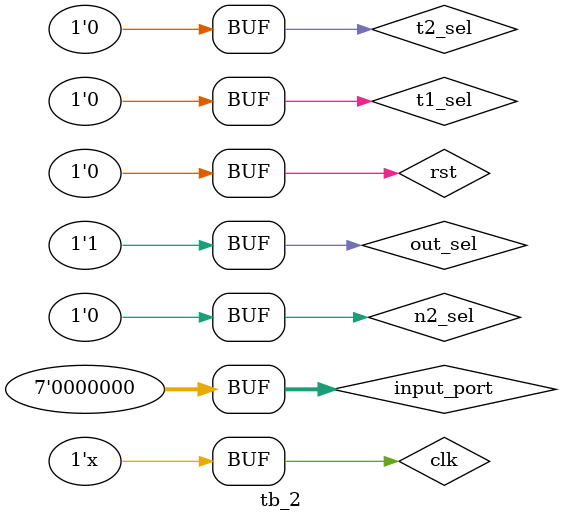
<source format=v>
`timescale 1ns / 1ps


module tb_2;

	// Inputs
	reg out_sel;
	reg n2_sel;
	reg t1_sel;
	reg t2_sel;
	reg [6:0] input_port;
	reg clk;
	reg rst;

	// Outputs
	wire [6:0] output_port;

	// Instantiate the Unit Under Test (UUT)
	snell_law uut (
		.out_sel(out_sel), 
		.n2_sel(n2_sel), 
		.t1_sel(t1_sel), 
		.t2_sel(t2_sel), 
		.input_port(input_port), 
		.clk(clk), 
		.rst(rst), 
		.output_port(output_port)
	);
always #5 clk = ~clk;
	initial begin
		// Initialize Inputs
		out_sel = 0;
		n2_sel = 0;
		t1_sel = 0;
		t2_sel = 0;
		input_port = 0;
		 clk=1;
		rst = 1;

		// Wait 100 ns for global reset to finish
		#100;
		out_sel = 0;
		n2_sel = 1;
		t1_sel = 0;
		t2_sel = 0;
		input_port = 7'b000_1010;
		 
		rst = 0;
		
		#100;
		out_sel = 0;
		n2_sel = 0;
		t1_sel = 1;
		t2_sel = 0;
		input_port = 7'd1;
		 
		rst = 0;
		
		#100;
		out_sel = 0;
		n2_sel = 0;
		t1_sel = 0;
		t2_sel = 1;
		input_port = 7'd1;
		 
		rst = 0;
		
		#100;
		out_sel = 1;
		n2_sel = 0;
		t1_sel = 0;
		t2_sel = 0;
		input_port = 0;
		 
		rst = 0;
        
		// Add stimulus here

	end
      
endmodule


</source>
